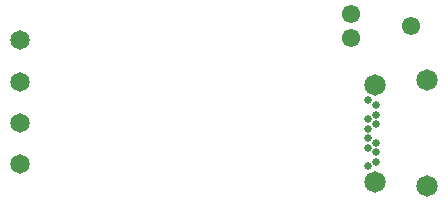
<source format=gbr>
%TF.GenerationSoftware,KiCad,Pcbnew,(5.1.10)-1*%
%TF.CreationDate,2021-09-16T11:14:36+02:00*%
%TF.ProjectId,ThermoDeviceLogger,54686572-6d6f-4446-9576-6963654c6f67,rev?*%
%TF.SameCoordinates,Original*%
%TF.FileFunction,Soldermask,Bot*%
%TF.FilePolarity,Negative*%
%FSLAX46Y46*%
G04 Gerber Fmt 4.6, Leading zero omitted, Abs format (unit mm)*
G04 Created by KiCad (PCBNEW (5.1.10)-1) date 2021-09-16 11:14:36*
%MOMM*%
%LPD*%
G01*
G04 APERTURE LIST*
%ADD10C,1.650000*%
%ADD11C,1.550000*%
%ADD12C,1.815000*%
%ADD13C,0.650000*%
G04 APERTURE END LIST*
D10*
%TO.C,J3*%
X88750000Y-72750000D03*
X88750000Y-69250000D03*
X88750000Y-65750000D03*
X88750000Y-62250000D03*
%TD*%
D11*
%TO.C,J2*%
X116710000Y-59984000D03*
X116710000Y-62016000D03*
X121790000Y-61000000D03*
%TD*%
D12*
%TO.C,J1*%
X118750000Y-65990000D03*
X123140000Y-65630000D03*
X123140000Y-74610000D03*
X118750000Y-74250000D03*
D13*
X118150000Y-72920000D03*
X118850000Y-72520000D03*
X118850000Y-71720000D03*
X118150000Y-71320000D03*
X118850000Y-70920000D03*
X118150000Y-70520000D03*
X118150000Y-69720000D03*
X118850000Y-69320000D03*
X118150000Y-68920000D03*
X118850000Y-68520000D03*
X118850000Y-67720000D03*
X118150000Y-67320000D03*
%TD*%
M02*

</source>
